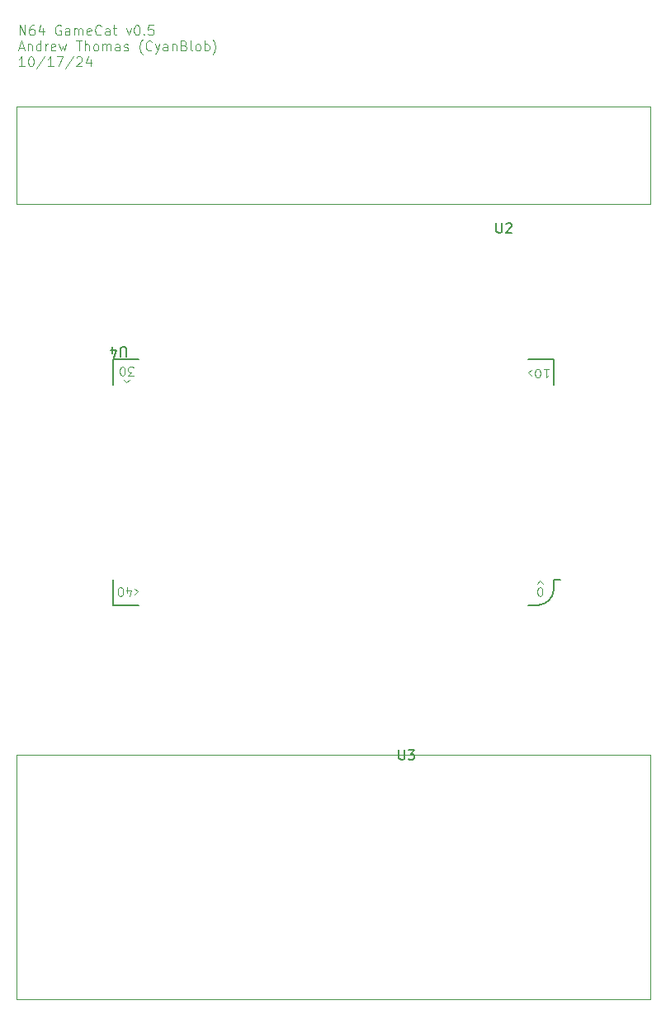
<source format=gbr>
%TF.GenerationSoftware,KiCad,Pcbnew,8.0.6*%
%TF.CreationDate,2024-10-17T23:30:34-05:00*%
%TF.ProjectId,n64_gamecat_rp2350b,6e36345f-6761-46d6-9563-61745f727032,rev?*%
%TF.SameCoordinates,Original*%
%TF.FileFunction,Legend,Top*%
%TF.FilePolarity,Positive*%
%FSLAX46Y46*%
G04 Gerber Fmt 4.6, Leading zero omitted, Abs format (unit mm)*
G04 Created by KiCad (PCBNEW 8.0.6) date 2024-10-17 23:30:34*
%MOMM*%
%LPD*%
G01*
G04 APERTURE LIST*
%ADD10C,0.100000*%
%ADD11C,0.150000*%
%ADD12C,0.120000*%
G04 APERTURE END LIST*
D10*
X101803884Y-56652531D02*
X101803884Y-55652531D01*
X101803884Y-55652531D02*
X102375312Y-56652531D01*
X102375312Y-56652531D02*
X102375312Y-55652531D01*
X103280074Y-55652531D02*
X103089598Y-55652531D01*
X103089598Y-55652531D02*
X102994360Y-55700150D01*
X102994360Y-55700150D02*
X102946741Y-55747769D01*
X102946741Y-55747769D02*
X102851503Y-55890626D01*
X102851503Y-55890626D02*
X102803884Y-56081102D01*
X102803884Y-56081102D02*
X102803884Y-56462054D01*
X102803884Y-56462054D02*
X102851503Y-56557292D01*
X102851503Y-56557292D02*
X102899122Y-56604912D01*
X102899122Y-56604912D02*
X102994360Y-56652531D01*
X102994360Y-56652531D02*
X103184836Y-56652531D01*
X103184836Y-56652531D02*
X103280074Y-56604912D01*
X103280074Y-56604912D02*
X103327693Y-56557292D01*
X103327693Y-56557292D02*
X103375312Y-56462054D01*
X103375312Y-56462054D02*
X103375312Y-56223959D01*
X103375312Y-56223959D02*
X103327693Y-56128721D01*
X103327693Y-56128721D02*
X103280074Y-56081102D01*
X103280074Y-56081102D02*
X103184836Y-56033483D01*
X103184836Y-56033483D02*
X102994360Y-56033483D01*
X102994360Y-56033483D02*
X102899122Y-56081102D01*
X102899122Y-56081102D02*
X102851503Y-56128721D01*
X102851503Y-56128721D02*
X102803884Y-56223959D01*
X104232455Y-55985864D02*
X104232455Y-56652531D01*
X103994360Y-55604912D02*
X103756265Y-56319197D01*
X103756265Y-56319197D02*
X104375312Y-56319197D01*
X106041979Y-55700150D02*
X105946741Y-55652531D01*
X105946741Y-55652531D02*
X105803884Y-55652531D01*
X105803884Y-55652531D02*
X105661027Y-55700150D01*
X105661027Y-55700150D02*
X105565789Y-55795388D01*
X105565789Y-55795388D02*
X105518170Y-55890626D01*
X105518170Y-55890626D02*
X105470551Y-56081102D01*
X105470551Y-56081102D02*
X105470551Y-56223959D01*
X105470551Y-56223959D02*
X105518170Y-56414435D01*
X105518170Y-56414435D02*
X105565789Y-56509673D01*
X105565789Y-56509673D02*
X105661027Y-56604912D01*
X105661027Y-56604912D02*
X105803884Y-56652531D01*
X105803884Y-56652531D02*
X105899122Y-56652531D01*
X105899122Y-56652531D02*
X106041979Y-56604912D01*
X106041979Y-56604912D02*
X106089598Y-56557292D01*
X106089598Y-56557292D02*
X106089598Y-56223959D01*
X106089598Y-56223959D02*
X105899122Y-56223959D01*
X106946741Y-56652531D02*
X106946741Y-56128721D01*
X106946741Y-56128721D02*
X106899122Y-56033483D01*
X106899122Y-56033483D02*
X106803884Y-55985864D01*
X106803884Y-55985864D02*
X106613408Y-55985864D01*
X106613408Y-55985864D02*
X106518170Y-56033483D01*
X106946741Y-56604912D02*
X106851503Y-56652531D01*
X106851503Y-56652531D02*
X106613408Y-56652531D01*
X106613408Y-56652531D02*
X106518170Y-56604912D01*
X106518170Y-56604912D02*
X106470551Y-56509673D01*
X106470551Y-56509673D02*
X106470551Y-56414435D01*
X106470551Y-56414435D02*
X106518170Y-56319197D01*
X106518170Y-56319197D02*
X106613408Y-56271578D01*
X106613408Y-56271578D02*
X106851503Y-56271578D01*
X106851503Y-56271578D02*
X106946741Y-56223959D01*
X107422932Y-56652531D02*
X107422932Y-55985864D01*
X107422932Y-56081102D02*
X107470551Y-56033483D01*
X107470551Y-56033483D02*
X107565789Y-55985864D01*
X107565789Y-55985864D02*
X107708646Y-55985864D01*
X107708646Y-55985864D02*
X107803884Y-56033483D01*
X107803884Y-56033483D02*
X107851503Y-56128721D01*
X107851503Y-56128721D02*
X107851503Y-56652531D01*
X107851503Y-56128721D02*
X107899122Y-56033483D01*
X107899122Y-56033483D02*
X107994360Y-55985864D01*
X107994360Y-55985864D02*
X108137217Y-55985864D01*
X108137217Y-55985864D02*
X108232456Y-56033483D01*
X108232456Y-56033483D02*
X108280075Y-56128721D01*
X108280075Y-56128721D02*
X108280075Y-56652531D01*
X109137217Y-56604912D02*
X109041979Y-56652531D01*
X109041979Y-56652531D02*
X108851503Y-56652531D01*
X108851503Y-56652531D02*
X108756265Y-56604912D01*
X108756265Y-56604912D02*
X108708646Y-56509673D01*
X108708646Y-56509673D02*
X108708646Y-56128721D01*
X108708646Y-56128721D02*
X108756265Y-56033483D01*
X108756265Y-56033483D02*
X108851503Y-55985864D01*
X108851503Y-55985864D02*
X109041979Y-55985864D01*
X109041979Y-55985864D02*
X109137217Y-56033483D01*
X109137217Y-56033483D02*
X109184836Y-56128721D01*
X109184836Y-56128721D02*
X109184836Y-56223959D01*
X109184836Y-56223959D02*
X108708646Y-56319197D01*
X110184836Y-56557292D02*
X110137217Y-56604912D01*
X110137217Y-56604912D02*
X109994360Y-56652531D01*
X109994360Y-56652531D02*
X109899122Y-56652531D01*
X109899122Y-56652531D02*
X109756265Y-56604912D01*
X109756265Y-56604912D02*
X109661027Y-56509673D01*
X109661027Y-56509673D02*
X109613408Y-56414435D01*
X109613408Y-56414435D02*
X109565789Y-56223959D01*
X109565789Y-56223959D02*
X109565789Y-56081102D01*
X109565789Y-56081102D02*
X109613408Y-55890626D01*
X109613408Y-55890626D02*
X109661027Y-55795388D01*
X109661027Y-55795388D02*
X109756265Y-55700150D01*
X109756265Y-55700150D02*
X109899122Y-55652531D01*
X109899122Y-55652531D02*
X109994360Y-55652531D01*
X109994360Y-55652531D02*
X110137217Y-55700150D01*
X110137217Y-55700150D02*
X110184836Y-55747769D01*
X111041979Y-56652531D02*
X111041979Y-56128721D01*
X111041979Y-56128721D02*
X110994360Y-56033483D01*
X110994360Y-56033483D02*
X110899122Y-55985864D01*
X110899122Y-55985864D02*
X110708646Y-55985864D01*
X110708646Y-55985864D02*
X110613408Y-56033483D01*
X111041979Y-56604912D02*
X110946741Y-56652531D01*
X110946741Y-56652531D02*
X110708646Y-56652531D01*
X110708646Y-56652531D02*
X110613408Y-56604912D01*
X110613408Y-56604912D02*
X110565789Y-56509673D01*
X110565789Y-56509673D02*
X110565789Y-56414435D01*
X110565789Y-56414435D02*
X110613408Y-56319197D01*
X110613408Y-56319197D02*
X110708646Y-56271578D01*
X110708646Y-56271578D02*
X110946741Y-56271578D01*
X110946741Y-56271578D02*
X111041979Y-56223959D01*
X111375313Y-55985864D02*
X111756265Y-55985864D01*
X111518170Y-55652531D02*
X111518170Y-56509673D01*
X111518170Y-56509673D02*
X111565789Y-56604912D01*
X111565789Y-56604912D02*
X111661027Y-56652531D01*
X111661027Y-56652531D02*
X111756265Y-56652531D01*
X112756266Y-55985864D02*
X112994361Y-56652531D01*
X112994361Y-56652531D02*
X113232456Y-55985864D01*
X113803885Y-55652531D02*
X113899123Y-55652531D01*
X113899123Y-55652531D02*
X113994361Y-55700150D01*
X113994361Y-55700150D02*
X114041980Y-55747769D01*
X114041980Y-55747769D02*
X114089599Y-55843007D01*
X114089599Y-55843007D02*
X114137218Y-56033483D01*
X114137218Y-56033483D02*
X114137218Y-56271578D01*
X114137218Y-56271578D02*
X114089599Y-56462054D01*
X114089599Y-56462054D02*
X114041980Y-56557292D01*
X114041980Y-56557292D02*
X113994361Y-56604912D01*
X113994361Y-56604912D02*
X113899123Y-56652531D01*
X113899123Y-56652531D02*
X113803885Y-56652531D01*
X113803885Y-56652531D02*
X113708647Y-56604912D01*
X113708647Y-56604912D02*
X113661028Y-56557292D01*
X113661028Y-56557292D02*
X113613409Y-56462054D01*
X113613409Y-56462054D02*
X113565790Y-56271578D01*
X113565790Y-56271578D02*
X113565790Y-56033483D01*
X113565790Y-56033483D02*
X113613409Y-55843007D01*
X113613409Y-55843007D02*
X113661028Y-55747769D01*
X113661028Y-55747769D02*
X113708647Y-55700150D01*
X113708647Y-55700150D02*
X113803885Y-55652531D01*
X114565790Y-56557292D02*
X114613409Y-56604912D01*
X114613409Y-56604912D02*
X114565790Y-56652531D01*
X114565790Y-56652531D02*
X114518171Y-56604912D01*
X114518171Y-56604912D02*
X114565790Y-56557292D01*
X114565790Y-56557292D02*
X114565790Y-56652531D01*
X115518170Y-55652531D02*
X115041980Y-55652531D01*
X115041980Y-55652531D02*
X114994361Y-56128721D01*
X114994361Y-56128721D02*
X115041980Y-56081102D01*
X115041980Y-56081102D02*
X115137218Y-56033483D01*
X115137218Y-56033483D02*
X115375313Y-56033483D01*
X115375313Y-56033483D02*
X115470551Y-56081102D01*
X115470551Y-56081102D02*
X115518170Y-56128721D01*
X115518170Y-56128721D02*
X115565789Y-56223959D01*
X115565789Y-56223959D02*
X115565789Y-56462054D01*
X115565789Y-56462054D02*
X115518170Y-56557292D01*
X115518170Y-56557292D02*
X115470551Y-56604912D01*
X115470551Y-56604912D02*
X115375313Y-56652531D01*
X115375313Y-56652531D02*
X115137218Y-56652531D01*
X115137218Y-56652531D02*
X115041980Y-56604912D01*
X115041980Y-56604912D02*
X114994361Y-56557292D01*
X101756265Y-57976760D02*
X102232455Y-57976760D01*
X101661027Y-58262475D02*
X101994360Y-57262475D01*
X101994360Y-57262475D02*
X102327693Y-58262475D01*
X102661027Y-57595808D02*
X102661027Y-58262475D01*
X102661027Y-57691046D02*
X102708646Y-57643427D01*
X102708646Y-57643427D02*
X102803884Y-57595808D01*
X102803884Y-57595808D02*
X102946741Y-57595808D01*
X102946741Y-57595808D02*
X103041979Y-57643427D01*
X103041979Y-57643427D02*
X103089598Y-57738665D01*
X103089598Y-57738665D02*
X103089598Y-58262475D01*
X103994360Y-58262475D02*
X103994360Y-57262475D01*
X103994360Y-58214856D02*
X103899122Y-58262475D01*
X103899122Y-58262475D02*
X103708646Y-58262475D01*
X103708646Y-58262475D02*
X103613408Y-58214856D01*
X103613408Y-58214856D02*
X103565789Y-58167236D01*
X103565789Y-58167236D02*
X103518170Y-58071998D01*
X103518170Y-58071998D02*
X103518170Y-57786284D01*
X103518170Y-57786284D02*
X103565789Y-57691046D01*
X103565789Y-57691046D02*
X103613408Y-57643427D01*
X103613408Y-57643427D02*
X103708646Y-57595808D01*
X103708646Y-57595808D02*
X103899122Y-57595808D01*
X103899122Y-57595808D02*
X103994360Y-57643427D01*
X104470551Y-58262475D02*
X104470551Y-57595808D01*
X104470551Y-57786284D02*
X104518170Y-57691046D01*
X104518170Y-57691046D02*
X104565789Y-57643427D01*
X104565789Y-57643427D02*
X104661027Y-57595808D01*
X104661027Y-57595808D02*
X104756265Y-57595808D01*
X105470551Y-58214856D02*
X105375313Y-58262475D01*
X105375313Y-58262475D02*
X105184837Y-58262475D01*
X105184837Y-58262475D02*
X105089599Y-58214856D01*
X105089599Y-58214856D02*
X105041980Y-58119617D01*
X105041980Y-58119617D02*
X105041980Y-57738665D01*
X105041980Y-57738665D02*
X105089599Y-57643427D01*
X105089599Y-57643427D02*
X105184837Y-57595808D01*
X105184837Y-57595808D02*
X105375313Y-57595808D01*
X105375313Y-57595808D02*
X105470551Y-57643427D01*
X105470551Y-57643427D02*
X105518170Y-57738665D01*
X105518170Y-57738665D02*
X105518170Y-57833903D01*
X105518170Y-57833903D02*
X105041980Y-57929141D01*
X105851504Y-57595808D02*
X106041980Y-58262475D01*
X106041980Y-58262475D02*
X106232456Y-57786284D01*
X106232456Y-57786284D02*
X106422932Y-58262475D01*
X106422932Y-58262475D02*
X106613408Y-57595808D01*
X107613409Y-57262475D02*
X108184837Y-57262475D01*
X107899123Y-58262475D02*
X107899123Y-57262475D01*
X108518171Y-58262475D02*
X108518171Y-57262475D01*
X108946742Y-58262475D02*
X108946742Y-57738665D01*
X108946742Y-57738665D02*
X108899123Y-57643427D01*
X108899123Y-57643427D02*
X108803885Y-57595808D01*
X108803885Y-57595808D02*
X108661028Y-57595808D01*
X108661028Y-57595808D02*
X108565790Y-57643427D01*
X108565790Y-57643427D02*
X108518171Y-57691046D01*
X109565790Y-58262475D02*
X109470552Y-58214856D01*
X109470552Y-58214856D02*
X109422933Y-58167236D01*
X109422933Y-58167236D02*
X109375314Y-58071998D01*
X109375314Y-58071998D02*
X109375314Y-57786284D01*
X109375314Y-57786284D02*
X109422933Y-57691046D01*
X109422933Y-57691046D02*
X109470552Y-57643427D01*
X109470552Y-57643427D02*
X109565790Y-57595808D01*
X109565790Y-57595808D02*
X109708647Y-57595808D01*
X109708647Y-57595808D02*
X109803885Y-57643427D01*
X109803885Y-57643427D02*
X109851504Y-57691046D01*
X109851504Y-57691046D02*
X109899123Y-57786284D01*
X109899123Y-57786284D02*
X109899123Y-58071998D01*
X109899123Y-58071998D02*
X109851504Y-58167236D01*
X109851504Y-58167236D02*
X109803885Y-58214856D01*
X109803885Y-58214856D02*
X109708647Y-58262475D01*
X109708647Y-58262475D02*
X109565790Y-58262475D01*
X110327695Y-58262475D02*
X110327695Y-57595808D01*
X110327695Y-57691046D02*
X110375314Y-57643427D01*
X110375314Y-57643427D02*
X110470552Y-57595808D01*
X110470552Y-57595808D02*
X110613409Y-57595808D01*
X110613409Y-57595808D02*
X110708647Y-57643427D01*
X110708647Y-57643427D02*
X110756266Y-57738665D01*
X110756266Y-57738665D02*
X110756266Y-58262475D01*
X110756266Y-57738665D02*
X110803885Y-57643427D01*
X110803885Y-57643427D02*
X110899123Y-57595808D01*
X110899123Y-57595808D02*
X111041980Y-57595808D01*
X111041980Y-57595808D02*
X111137219Y-57643427D01*
X111137219Y-57643427D02*
X111184838Y-57738665D01*
X111184838Y-57738665D02*
X111184838Y-58262475D01*
X112089599Y-58262475D02*
X112089599Y-57738665D01*
X112089599Y-57738665D02*
X112041980Y-57643427D01*
X112041980Y-57643427D02*
X111946742Y-57595808D01*
X111946742Y-57595808D02*
X111756266Y-57595808D01*
X111756266Y-57595808D02*
X111661028Y-57643427D01*
X112089599Y-58214856D02*
X111994361Y-58262475D01*
X111994361Y-58262475D02*
X111756266Y-58262475D01*
X111756266Y-58262475D02*
X111661028Y-58214856D01*
X111661028Y-58214856D02*
X111613409Y-58119617D01*
X111613409Y-58119617D02*
X111613409Y-58024379D01*
X111613409Y-58024379D02*
X111661028Y-57929141D01*
X111661028Y-57929141D02*
X111756266Y-57881522D01*
X111756266Y-57881522D02*
X111994361Y-57881522D01*
X111994361Y-57881522D02*
X112089599Y-57833903D01*
X112518171Y-58214856D02*
X112613409Y-58262475D01*
X112613409Y-58262475D02*
X112803885Y-58262475D01*
X112803885Y-58262475D02*
X112899123Y-58214856D01*
X112899123Y-58214856D02*
X112946742Y-58119617D01*
X112946742Y-58119617D02*
X112946742Y-58071998D01*
X112946742Y-58071998D02*
X112899123Y-57976760D01*
X112899123Y-57976760D02*
X112803885Y-57929141D01*
X112803885Y-57929141D02*
X112661028Y-57929141D01*
X112661028Y-57929141D02*
X112565790Y-57881522D01*
X112565790Y-57881522D02*
X112518171Y-57786284D01*
X112518171Y-57786284D02*
X112518171Y-57738665D01*
X112518171Y-57738665D02*
X112565790Y-57643427D01*
X112565790Y-57643427D02*
X112661028Y-57595808D01*
X112661028Y-57595808D02*
X112803885Y-57595808D01*
X112803885Y-57595808D02*
X112899123Y-57643427D01*
X114422933Y-58643427D02*
X114375314Y-58595808D01*
X114375314Y-58595808D02*
X114280076Y-58452951D01*
X114280076Y-58452951D02*
X114232457Y-58357713D01*
X114232457Y-58357713D02*
X114184838Y-58214856D01*
X114184838Y-58214856D02*
X114137219Y-57976760D01*
X114137219Y-57976760D02*
X114137219Y-57786284D01*
X114137219Y-57786284D02*
X114184838Y-57548189D01*
X114184838Y-57548189D02*
X114232457Y-57405332D01*
X114232457Y-57405332D02*
X114280076Y-57310094D01*
X114280076Y-57310094D02*
X114375314Y-57167236D01*
X114375314Y-57167236D02*
X114422933Y-57119617D01*
X115375314Y-58167236D02*
X115327695Y-58214856D01*
X115327695Y-58214856D02*
X115184838Y-58262475D01*
X115184838Y-58262475D02*
X115089600Y-58262475D01*
X115089600Y-58262475D02*
X114946743Y-58214856D01*
X114946743Y-58214856D02*
X114851505Y-58119617D01*
X114851505Y-58119617D02*
X114803886Y-58024379D01*
X114803886Y-58024379D02*
X114756267Y-57833903D01*
X114756267Y-57833903D02*
X114756267Y-57691046D01*
X114756267Y-57691046D02*
X114803886Y-57500570D01*
X114803886Y-57500570D02*
X114851505Y-57405332D01*
X114851505Y-57405332D02*
X114946743Y-57310094D01*
X114946743Y-57310094D02*
X115089600Y-57262475D01*
X115089600Y-57262475D02*
X115184838Y-57262475D01*
X115184838Y-57262475D02*
X115327695Y-57310094D01*
X115327695Y-57310094D02*
X115375314Y-57357713D01*
X115708648Y-57595808D02*
X115946743Y-58262475D01*
X116184838Y-57595808D02*
X115946743Y-58262475D01*
X115946743Y-58262475D02*
X115851505Y-58500570D01*
X115851505Y-58500570D02*
X115803886Y-58548189D01*
X115803886Y-58548189D02*
X115708648Y-58595808D01*
X116994362Y-58262475D02*
X116994362Y-57738665D01*
X116994362Y-57738665D02*
X116946743Y-57643427D01*
X116946743Y-57643427D02*
X116851505Y-57595808D01*
X116851505Y-57595808D02*
X116661029Y-57595808D01*
X116661029Y-57595808D02*
X116565791Y-57643427D01*
X116994362Y-58214856D02*
X116899124Y-58262475D01*
X116899124Y-58262475D02*
X116661029Y-58262475D01*
X116661029Y-58262475D02*
X116565791Y-58214856D01*
X116565791Y-58214856D02*
X116518172Y-58119617D01*
X116518172Y-58119617D02*
X116518172Y-58024379D01*
X116518172Y-58024379D02*
X116565791Y-57929141D01*
X116565791Y-57929141D02*
X116661029Y-57881522D01*
X116661029Y-57881522D02*
X116899124Y-57881522D01*
X116899124Y-57881522D02*
X116994362Y-57833903D01*
X117470553Y-57595808D02*
X117470553Y-58262475D01*
X117470553Y-57691046D02*
X117518172Y-57643427D01*
X117518172Y-57643427D02*
X117613410Y-57595808D01*
X117613410Y-57595808D02*
X117756267Y-57595808D01*
X117756267Y-57595808D02*
X117851505Y-57643427D01*
X117851505Y-57643427D02*
X117899124Y-57738665D01*
X117899124Y-57738665D02*
X117899124Y-58262475D01*
X118708648Y-57738665D02*
X118851505Y-57786284D01*
X118851505Y-57786284D02*
X118899124Y-57833903D01*
X118899124Y-57833903D02*
X118946743Y-57929141D01*
X118946743Y-57929141D02*
X118946743Y-58071998D01*
X118946743Y-58071998D02*
X118899124Y-58167236D01*
X118899124Y-58167236D02*
X118851505Y-58214856D01*
X118851505Y-58214856D02*
X118756267Y-58262475D01*
X118756267Y-58262475D02*
X118375315Y-58262475D01*
X118375315Y-58262475D02*
X118375315Y-57262475D01*
X118375315Y-57262475D02*
X118708648Y-57262475D01*
X118708648Y-57262475D02*
X118803886Y-57310094D01*
X118803886Y-57310094D02*
X118851505Y-57357713D01*
X118851505Y-57357713D02*
X118899124Y-57452951D01*
X118899124Y-57452951D02*
X118899124Y-57548189D01*
X118899124Y-57548189D02*
X118851505Y-57643427D01*
X118851505Y-57643427D02*
X118803886Y-57691046D01*
X118803886Y-57691046D02*
X118708648Y-57738665D01*
X118708648Y-57738665D02*
X118375315Y-57738665D01*
X119518172Y-58262475D02*
X119422934Y-58214856D01*
X119422934Y-58214856D02*
X119375315Y-58119617D01*
X119375315Y-58119617D02*
X119375315Y-57262475D01*
X120041982Y-58262475D02*
X119946744Y-58214856D01*
X119946744Y-58214856D02*
X119899125Y-58167236D01*
X119899125Y-58167236D02*
X119851506Y-58071998D01*
X119851506Y-58071998D02*
X119851506Y-57786284D01*
X119851506Y-57786284D02*
X119899125Y-57691046D01*
X119899125Y-57691046D02*
X119946744Y-57643427D01*
X119946744Y-57643427D02*
X120041982Y-57595808D01*
X120041982Y-57595808D02*
X120184839Y-57595808D01*
X120184839Y-57595808D02*
X120280077Y-57643427D01*
X120280077Y-57643427D02*
X120327696Y-57691046D01*
X120327696Y-57691046D02*
X120375315Y-57786284D01*
X120375315Y-57786284D02*
X120375315Y-58071998D01*
X120375315Y-58071998D02*
X120327696Y-58167236D01*
X120327696Y-58167236D02*
X120280077Y-58214856D01*
X120280077Y-58214856D02*
X120184839Y-58262475D01*
X120184839Y-58262475D02*
X120041982Y-58262475D01*
X120803887Y-58262475D02*
X120803887Y-57262475D01*
X120803887Y-57643427D02*
X120899125Y-57595808D01*
X120899125Y-57595808D02*
X121089601Y-57595808D01*
X121089601Y-57595808D02*
X121184839Y-57643427D01*
X121184839Y-57643427D02*
X121232458Y-57691046D01*
X121232458Y-57691046D02*
X121280077Y-57786284D01*
X121280077Y-57786284D02*
X121280077Y-58071998D01*
X121280077Y-58071998D02*
X121232458Y-58167236D01*
X121232458Y-58167236D02*
X121184839Y-58214856D01*
X121184839Y-58214856D02*
X121089601Y-58262475D01*
X121089601Y-58262475D02*
X120899125Y-58262475D01*
X120899125Y-58262475D02*
X120803887Y-58214856D01*
X121613411Y-58643427D02*
X121661030Y-58595808D01*
X121661030Y-58595808D02*
X121756268Y-58452951D01*
X121756268Y-58452951D02*
X121803887Y-58357713D01*
X121803887Y-58357713D02*
X121851506Y-58214856D01*
X121851506Y-58214856D02*
X121899125Y-57976760D01*
X121899125Y-57976760D02*
X121899125Y-57786284D01*
X121899125Y-57786284D02*
X121851506Y-57548189D01*
X121851506Y-57548189D02*
X121803887Y-57405332D01*
X121803887Y-57405332D02*
X121756268Y-57310094D01*
X121756268Y-57310094D02*
X121661030Y-57167236D01*
X121661030Y-57167236D02*
X121613411Y-57119617D01*
X102327693Y-59872419D02*
X101756265Y-59872419D01*
X102041979Y-59872419D02*
X102041979Y-58872419D01*
X102041979Y-58872419D02*
X101946741Y-59015276D01*
X101946741Y-59015276D02*
X101851503Y-59110514D01*
X101851503Y-59110514D02*
X101756265Y-59158133D01*
X102946741Y-58872419D02*
X103041979Y-58872419D01*
X103041979Y-58872419D02*
X103137217Y-58920038D01*
X103137217Y-58920038D02*
X103184836Y-58967657D01*
X103184836Y-58967657D02*
X103232455Y-59062895D01*
X103232455Y-59062895D02*
X103280074Y-59253371D01*
X103280074Y-59253371D02*
X103280074Y-59491466D01*
X103280074Y-59491466D02*
X103232455Y-59681942D01*
X103232455Y-59681942D02*
X103184836Y-59777180D01*
X103184836Y-59777180D02*
X103137217Y-59824800D01*
X103137217Y-59824800D02*
X103041979Y-59872419D01*
X103041979Y-59872419D02*
X102946741Y-59872419D01*
X102946741Y-59872419D02*
X102851503Y-59824800D01*
X102851503Y-59824800D02*
X102803884Y-59777180D01*
X102803884Y-59777180D02*
X102756265Y-59681942D01*
X102756265Y-59681942D02*
X102708646Y-59491466D01*
X102708646Y-59491466D02*
X102708646Y-59253371D01*
X102708646Y-59253371D02*
X102756265Y-59062895D01*
X102756265Y-59062895D02*
X102803884Y-58967657D01*
X102803884Y-58967657D02*
X102851503Y-58920038D01*
X102851503Y-58920038D02*
X102946741Y-58872419D01*
X104422931Y-58824800D02*
X103565789Y-60110514D01*
X105280074Y-59872419D02*
X104708646Y-59872419D01*
X104994360Y-59872419D02*
X104994360Y-58872419D01*
X104994360Y-58872419D02*
X104899122Y-59015276D01*
X104899122Y-59015276D02*
X104803884Y-59110514D01*
X104803884Y-59110514D02*
X104708646Y-59158133D01*
X105613408Y-58872419D02*
X106280074Y-58872419D01*
X106280074Y-58872419D02*
X105851503Y-59872419D01*
X107375312Y-58824800D02*
X106518170Y-60110514D01*
X107661027Y-58967657D02*
X107708646Y-58920038D01*
X107708646Y-58920038D02*
X107803884Y-58872419D01*
X107803884Y-58872419D02*
X108041979Y-58872419D01*
X108041979Y-58872419D02*
X108137217Y-58920038D01*
X108137217Y-58920038D02*
X108184836Y-58967657D01*
X108184836Y-58967657D02*
X108232455Y-59062895D01*
X108232455Y-59062895D02*
X108232455Y-59158133D01*
X108232455Y-59158133D02*
X108184836Y-59300990D01*
X108184836Y-59300990D02*
X107613408Y-59872419D01*
X107613408Y-59872419D02*
X108232455Y-59872419D01*
X109089598Y-59205752D02*
X109089598Y-59872419D01*
X108851503Y-58824800D02*
X108613408Y-59539085D01*
X108613408Y-59539085D02*
X109232455Y-59539085D01*
D11*
X112761904Y-89645180D02*
X112761904Y-88835657D01*
X112761904Y-88835657D02*
X112714285Y-88740419D01*
X112714285Y-88740419D02*
X112666666Y-88692800D01*
X112666666Y-88692800D02*
X112571428Y-88645180D01*
X112571428Y-88645180D02*
X112380952Y-88645180D01*
X112380952Y-88645180D02*
X112285714Y-88692800D01*
X112285714Y-88692800D02*
X112238095Y-88740419D01*
X112238095Y-88740419D02*
X112190476Y-88835657D01*
X112190476Y-88835657D02*
X112190476Y-89645180D01*
X111285714Y-89311847D02*
X111285714Y-88645180D01*
X111523809Y-89692800D02*
X111761904Y-88978514D01*
X111761904Y-88978514D02*
X111142857Y-88978514D01*
D12*
X155242856Y-114189882D02*
X155157142Y-114189882D01*
X155157142Y-114189882D02*
X155071428Y-114147025D01*
X155071428Y-114147025D02*
X155028571Y-114104168D01*
X155028571Y-114104168D02*
X154985713Y-114018454D01*
X154985713Y-114018454D02*
X154942856Y-113847025D01*
X154942856Y-113847025D02*
X154942856Y-113632740D01*
X154942856Y-113632740D02*
X154985713Y-113461311D01*
X154985713Y-113461311D02*
X155028571Y-113375597D01*
X155028571Y-113375597D02*
X155071428Y-113332740D01*
X155071428Y-113332740D02*
X155157142Y-113289882D01*
X155157142Y-113289882D02*
X155242856Y-113289882D01*
X155242856Y-113289882D02*
X155328571Y-113332740D01*
X155328571Y-113332740D02*
X155371428Y-113375597D01*
X155371428Y-113375597D02*
X155414285Y-113461311D01*
X155414285Y-113461311D02*
X155457142Y-113632740D01*
X155457142Y-113632740D02*
X155457142Y-113847025D01*
X155457142Y-113847025D02*
X155414285Y-114018454D01*
X155414285Y-114018454D02*
X155371428Y-114104168D01*
X155371428Y-114104168D02*
X155328571Y-114147025D01*
X155328571Y-114147025D02*
X155242856Y-114189882D01*
X155571428Y-90889882D02*
X156085714Y-90889882D01*
X155828571Y-90889882D02*
X155828571Y-91789882D01*
X155828571Y-91789882D02*
X155914285Y-91661311D01*
X155914285Y-91661311D02*
X156000000Y-91575597D01*
X156000000Y-91575597D02*
X156085714Y-91532740D01*
X155014285Y-91789882D02*
X154928571Y-91789882D01*
X154928571Y-91789882D02*
X154842857Y-91747025D01*
X154842857Y-91747025D02*
X154800000Y-91704168D01*
X154800000Y-91704168D02*
X154757142Y-91618454D01*
X154757142Y-91618454D02*
X154714285Y-91447025D01*
X154714285Y-91447025D02*
X154714285Y-91232740D01*
X154714285Y-91232740D02*
X154757142Y-91061311D01*
X154757142Y-91061311D02*
X154800000Y-90975597D01*
X154800000Y-90975597D02*
X154842857Y-90932740D01*
X154842857Y-90932740D02*
X154928571Y-90889882D01*
X154928571Y-90889882D02*
X155014285Y-90889882D01*
X155014285Y-90889882D02*
X155100000Y-90932740D01*
X155100000Y-90932740D02*
X155142857Y-90975597D01*
X155142857Y-90975597D02*
X155185714Y-91061311D01*
X155185714Y-91061311D02*
X155228571Y-91232740D01*
X155228571Y-91232740D02*
X155228571Y-91447025D01*
X155228571Y-91447025D02*
X155185714Y-91618454D01*
X155185714Y-91618454D02*
X155142857Y-91704168D01*
X155142857Y-91704168D02*
X155100000Y-91747025D01*
X155100000Y-91747025D02*
X155014285Y-91789882D01*
X112857143Y-113889882D02*
X112857143Y-113289882D01*
X113071428Y-114232740D02*
X113285714Y-113589882D01*
X113285714Y-113589882D02*
X112728571Y-113589882D01*
X112214285Y-114189882D02*
X112128571Y-114189882D01*
X112128571Y-114189882D02*
X112042857Y-114147025D01*
X112042857Y-114147025D02*
X112000000Y-114104168D01*
X112000000Y-114104168D02*
X111957142Y-114018454D01*
X111957142Y-114018454D02*
X111914285Y-113847025D01*
X111914285Y-113847025D02*
X111914285Y-113632740D01*
X111914285Y-113632740D02*
X111957142Y-113461311D01*
X111957142Y-113461311D02*
X112000000Y-113375597D01*
X112000000Y-113375597D02*
X112042857Y-113332740D01*
X112042857Y-113332740D02*
X112128571Y-113289882D01*
X112128571Y-113289882D02*
X112214285Y-113289882D01*
X112214285Y-113289882D02*
X112300000Y-113332740D01*
X112300000Y-113332740D02*
X112342857Y-113375597D01*
X112342857Y-113375597D02*
X112385714Y-113461311D01*
X112385714Y-113461311D02*
X112428571Y-113632740D01*
X112428571Y-113632740D02*
X112428571Y-113847025D01*
X112428571Y-113847025D02*
X112385714Y-114018454D01*
X112385714Y-114018454D02*
X112342857Y-114104168D01*
X112342857Y-114104168D02*
X112300000Y-114147025D01*
X112300000Y-114147025D02*
X112214285Y-114189882D01*
X113528571Y-91589882D02*
X112971428Y-91589882D01*
X112971428Y-91589882D02*
X113271428Y-91247025D01*
X113271428Y-91247025D02*
X113142857Y-91247025D01*
X113142857Y-91247025D02*
X113057143Y-91204168D01*
X113057143Y-91204168D02*
X113014285Y-91161311D01*
X113014285Y-91161311D02*
X112971428Y-91075597D01*
X112971428Y-91075597D02*
X112971428Y-90861311D01*
X112971428Y-90861311D02*
X113014285Y-90775597D01*
X113014285Y-90775597D02*
X113057143Y-90732740D01*
X113057143Y-90732740D02*
X113142857Y-90689882D01*
X113142857Y-90689882D02*
X113400000Y-90689882D01*
X113400000Y-90689882D02*
X113485714Y-90732740D01*
X113485714Y-90732740D02*
X113528571Y-90775597D01*
X112414285Y-91589882D02*
X112328571Y-91589882D01*
X112328571Y-91589882D02*
X112242857Y-91547025D01*
X112242857Y-91547025D02*
X112200000Y-91504168D01*
X112200000Y-91504168D02*
X112157142Y-91418454D01*
X112157142Y-91418454D02*
X112114285Y-91247025D01*
X112114285Y-91247025D02*
X112114285Y-91032740D01*
X112114285Y-91032740D02*
X112157142Y-90861311D01*
X112157142Y-90861311D02*
X112200000Y-90775597D01*
X112200000Y-90775597D02*
X112242857Y-90732740D01*
X112242857Y-90732740D02*
X112328571Y-90689882D01*
X112328571Y-90689882D02*
X112414285Y-90689882D01*
X112414285Y-90689882D02*
X112500000Y-90732740D01*
X112500000Y-90732740D02*
X112542857Y-90775597D01*
X112542857Y-90775597D02*
X112585714Y-90861311D01*
X112585714Y-90861311D02*
X112628571Y-91032740D01*
X112628571Y-91032740D02*
X112628571Y-91247025D01*
X112628571Y-91247025D02*
X112585714Y-91418454D01*
X112585714Y-91418454D02*
X112542857Y-91504168D01*
X112542857Y-91504168D02*
X112500000Y-91547025D01*
X112500000Y-91547025D02*
X112414285Y-91589882D01*
D11*
X140738095Y-129954819D02*
X140738095Y-130764342D01*
X140738095Y-130764342D02*
X140785714Y-130859580D01*
X140785714Y-130859580D02*
X140833333Y-130907200D01*
X140833333Y-130907200D02*
X140928571Y-130954819D01*
X140928571Y-130954819D02*
X141119047Y-130954819D01*
X141119047Y-130954819D02*
X141214285Y-130907200D01*
X141214285Y-130907200D02*
X141261904Y-130859580D01*
X141261904Y-130859580D02*
X141309523Y-130764342D01*
X141309523Y-130764342D02*
X141309523Y-129954819D01*
X141690476Y-129954819D02*
X142309523Y-129954819D01*
X142309523Y-129954819D02*
X141976190Y-130335771D01*
X141976190Y-130335771D02*
X142119047Y-130335771D01*
X142119047Y-130335771D02*
X142214285Y-130383390D01*
X142214285Y-130383390D02*
X142261904Y-130431009D01*
X142261904Y-130431009D02*
X142309523Y-130526247D01*
X142309523Y-130526247D02*
X142309523Y-130764342D01*
X142309523Y-130764342D02*
X142261904Y-130859580D01*
X142261904Y-130859580D02*
X142214285Y-130907200D01*
X142214285Y-130907200D02*
X142119047Y-130954819D01*
X142119047Y-130954819D02*
X141833333Y-130954819D01*
X141833333Y-130954819D02*
X141738095Y-130907200D01*
X141738095Y-130907200D02*
X141690476Y-130859580D01*
X150738095Y-75954819D02*
X150738095Y-76764342D01*
X150738095Y-76764342D02*
X150785714Y-76859580D01*
X150785714Y-76859580D02*
X150833333Y-76907200D01*
X150833333Y-76907200D02*
X150928571Y-76954819D01*
X150928571Y-76954819D02*
X151119047Y-76954819D01*
X151119047Y-76954819D02*
X151214285Y-76907200D01*
X151214285Y-76907200D02*
X151261904Y-76859580D01*
X151261904Y-76859580D02*
X151309523Y-76764342D01*
X151309523Y-76764342D02*
X151309523Y-75954819D01*
X151738095Y-76050057D02*
X151785714Y-76002438D01*
X151785714Y-76002438D02*
X151880952Y-75954819D01*
X151880952Y-75954819D02*
X152119047Y-75954819D01*
X152119047Y-75954819D02*
X152214285Y-76002438D01*
X152214285Y-76002438D02*
X152261904Y-76050057D01*
X152261904Y-76050057D02*
X152309523Y-76145295D01*
X152309523Y-76145295D02*
X152309523Y-76240533D01*
X152309523Y-76240533D02*
X152261904Y-76383390D01*
X152261904Y-76383390D02*
X151690476Y-76954819D01*
X151690476Y-76954819D02*
X152309523Y-76954819D01*
%TO.C,U4*%
X156600000Y-112500000D02*
X157300000Y-112500000D01*
X156600000Y-112500000D02*
X156600000Y-113600000D01*
X156600000Y-89900000D02*
X156600000Y-92500000D01*
D12*
X155500000Y-112900000D02*
X155200000Y-112600000D01*
X155200000Y-112600000D02*
X154900000Y-112900000D01*
D11*
X155100000Y-115100000D02*
X154000000Y-115100000D01*
D12*
X154300000Y-91000000D02*
X154000000Y-91300000D01*
X154000000Y-91300000D02*
X154300000Y-91600000D01*
D11*
X154000000Y-89900000D02*
X156600000Y-89900000D01*
X114000000Y-115100000D02*
X111400000Y-115100000D01*
D12*
X113950000Y-113700000D02*
X113650000Y-113400000D01*
X113650000Y-114000000D02*
X113950000Y-113700000D01*
X112800000Y-92300000D02*
X113100000Y-92000000D01*
X112500000Y-92000000D02*
X112800000Y-92300000D01*
D11*
X111400000Y-115100000D02*
X111400000Y-112500000D01*
X111400000Y-92500000D02*
X111400000Y-89900000D01*
X111400000Y-89900000D02*
X114000000Y-89900000D01*
X156600000Y-113600000D02*
G75*
G02*
X155100000Y-115100000I-1616790J116790D01*
G01*
D12*
%TO.C,U3*%
X101500000Y-130500000D02*
X101500000Y-155500000D01*
X101500000Y-155500000D02*
X166500000Y-155500000D01*
X166500000Y-130500000D02*
X101500000Y-130500000D01*
X166500000Y-155500000D02*
X166500000Y-130500000D01*
%TO.C,U2*%
X101500000Y-64000000D02*
X101500000Y-74000000D01*
X101500000Y-64000000D02*
X104000000Y-64000000D01*
X101500000Y-74000000D02*
X104000000Y-74000000D01*
X104000000Y-74000000D02*
X166500000Y-74000000D01*
X106500000Y-64000000D02*
X104000000Y-64000000D01*
X166500000Y-64000000D02*
X106500000Y-64000000D01*
X166500000Y-74000000D02*
X166500000Y-64000000D01*
%TD*%
M02*

</source>
